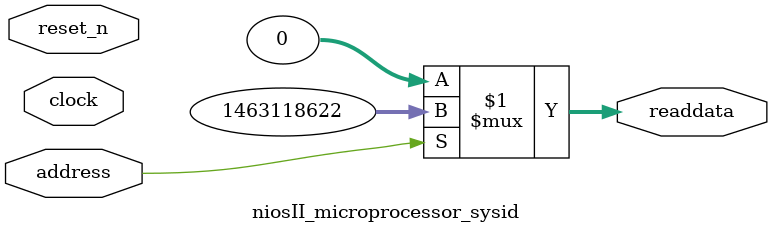
<source format=v>



// synthesis translate_off
`timescale 1ns / 1ps
// synthesis translate_on

// turn off superfluous verilog processor warnings 
// altera message_level Level1 
// altera message_off 10034 10035 10036 10037 10230 10240 10030 

module niosII_microprocessor_sysid (
               // inputs:
                address,
                clock,
                reset_n,

               // outputs:
                readdata
             )
;

  output  [ 31: 0] readdata;
  input            address;
  input            clock;
  input            reset_n;

  wire    [ 31: 0] readdata;
  //control_slave, which is an e_avalon_slave
  assign readdata = address ? 1463118622 : 0;

endmodule




</source>
